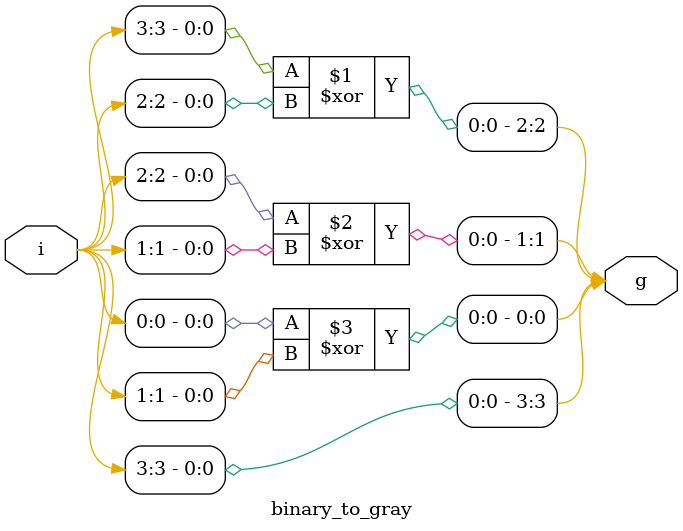
<source format=v>
`timescale 1ns / 1ps


module binary_to_gray(i, g);
input [3:0] i;
output [3:0] g;
assign g[3]=i[3];
assign g[2]=i[3]^i[2];
assign g[1]=i[2]^i[1];
assign g[0]=i[0]^i[1];
endmodule

</source>
